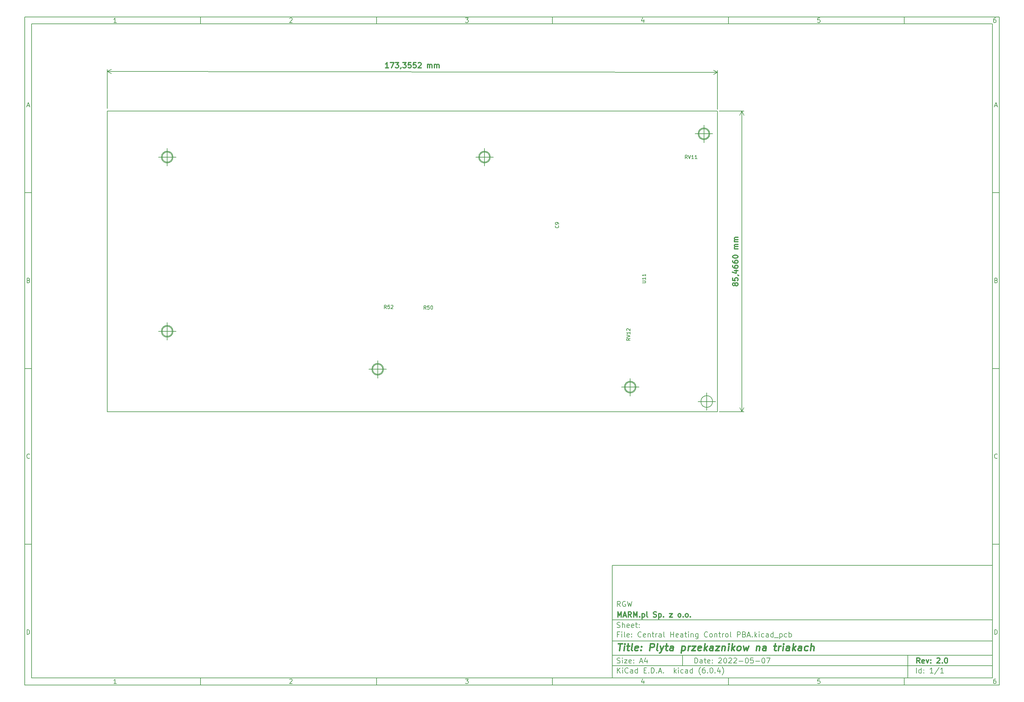
<source format=gbr>
%TF.GenerationSoftware,KiCad,Pcbnew,(6.0.4)*%
%TF.CreationDate,2022-05-07T15:38:30+02:00*%
%TF.ProjectId,Central Heating Control PBA,43656e74-7261-46c2-9048-656174696e67,2.0*%
%TF.SameCoordinates,PXc283690PY71d9820*%
%TF.FileFunction,Other,Comment*%
%FSLAX46Y46*%
G04 Gerber Fmt 4.6, Leading zero omitted, Abs format (unit mm)*
G04 Created by KiCad (PCBNEW (6.0.4)) date 2022-05-07 15:38:30*
%MOMM*%
%LPD*%
G01*
G04 APERTURE LIST*
%ADD10C,0.100000*%
%ADD11C,0.150000*%
%ADD12C,0.300000*%
%ADD13C,0.400000*%
%TA.AperFunction,Profile*%
%ADD14C,0.150000*%
%TD*%
%ADD15C,0.200000*%
G04 APERTURE END LIST*
D10*
D11*
X-26959800Y-46627200D02*
X-26959800Y-78627200D01*
X81040200Y-78627200D01*
X81040200Y-46627200D01*
X-26959800Y-46627200D01*
D10*
D11*
X-193962000Y109380000D02*
X-193962000Y-80627200D01*
X83040200Y-80627200D01*
X83040200Y109380000D01*
X-193962000Y109380000D01*
D10*
D11*
X-191962000Y107380000D02*
X-191962000Y-78627200D01*
X81040200Y-78627200D01*
X81040200Y107380000D01*
X-191962000Y107380000D01*
D10*
D11*
X-143962000Y107380000D02*
X-143962000Y109380000D01*
D10*
D11*
X-93962000Y107380000D02*
X-93962000Y109380000D01*
D10*
D11*
X-43962000Y107380000D02*
X-43962000Y109380000D01*
D10*
D11*
X6038000Y107380000D02*
X6038000Y109380000D01*
D10*
D11*
X56038000Y107380000D02*
X56038000Y109380000D01*
D10*
D11*
X-167896524Y107791905D02*
X-168639381Y107791905D01*
X-168267953Y107791905D02*
X-168267953Y109091905D01*
X-168391762Y108906191D01*
X-168515572Y108782381D01*
X-168639381Y108720477D01*
D10*
D11*
X-118639381Y108968096D02*
X-118577477Y109030000D01*
X-118453667Y109091905D01*
X-118144143Y109091905D01*
X-118020334Y109030000D01*
X-117958429Y108968096D01*
X-117896524Y108844286D01*
X-117896524Y108720477D01*
X-117958429Y108534762D01*
X-118701286Y107791905D01*
X-117896524Y107791905D01*
D10*
D11*
X-68701286Y109091905D02*
X-67896524Y109091905D01*
X-68329858Y108596667D01*
X-68144143Y108596667D01*
X-68020334Y108534762D01*
X-67958429Y108472858D01*
X-67896524Y108349048D01*
X-67896524Y108039524D01*
X-67958429Y107915715D01*
X-68020334Y107853810D01*
X-68144143Y107791905D01*
X-68515572Y107791905D01*
X-68639381Y107853810D01*
X-68701286Y107915715D01*
D10*
D11*
X-18020334Y108658572D02*
X-18020334Y107791905D01*
X-18329858Y109153810D02*
X-18639381Y108225239D01*
X-17834620Y108225239D01*
D10*
D11*
X32041571Y109091905D02*
X31422523Y109091905D01*
X31360619Y108472858D01*
X31422523Y108534762D01*
X31546333Y108596667D01*
X31855857Y108596667D01*
X31979666Y108534762D01*
X32041571Y108472858D01*
X32103476Y108349048D01*
X32103476Y108039524D01*
X32041571Y107915715D01*
X31979666Y107853810D01*
X31855857Y107791905D01*
X31546333Y107791905D01*
X31422523Y107853810D01*
X31360619Y107915715D01*
D10*
D11*
X81979666Y109091905D02*
X81732047Y109091905D01*
X81608238Y109030000D01*
X81546333Y108968096D01*
X81422523Y108782381D01*
X81360619Y108534762D01*
X81360619Y108039524D01*
X81422523Y107915715D01*
X81484428Y107853810D01*
X81608238Y107791905D01*
X81855857Y107791905D01*
X81979666Y107853810D01*
X82041571Y107915715D01*
X82103476Y108039524D01*
X82103476Y108349048D01*
X82041571Y108472858D01*
X81979666Y108534762D01*
X81855857Y108596667D01*
X81608238Y108596667D01*
X81484428Y108534762D01*
X81422523Y108472858D01*
X81360619Y108349048D01*
D10*
D11*
X-143962000Y-78627200D02*
X-143962000Y-80627200D01*
D10*
D11*
X-93962000Y-78627200D02*
X-93962000Y-80627200D01*
D10*
D11*
X-43962000Y-78627200D02*
X-43962000Y-80627200D01*
D10*
D11*
X6038000Y-78627200D02*
X6038000Y-80627200D01*
D10*
D11*
X56038000Y-78627200D02*
X56038000Y-80627200D01*
D10*
D11*
X-167896524Y-80215295D02*
X-168639381Y-80215295D01*
X-168267953Y-80215295D02*
X-168267953Y-78915295D01*
X-168391762Y-79101009D01*
X-168515572Y-79224819D01*
X-168639381Y-79286723D01*
D10*
D11*
X-118639381Y-79039104D02*
X-118577477Y-78977200D01*
X-118453667Y-78915295D01*
X-118144143Y-78915295D01*
X-118020334Y-78977200D01*
X-117958429Y-79039104D01*
X-117896524Y-79162914D01*
X-117896524Y-79286723D01*
X-117958429Y-79472438D01*
X-118701286Y-80215295D01*
X-117896524Y-80215295D01*
D10*
D11*
X-68701286Y-78915295D02*
X-67896524Y-78915295D01*
X-68329858Y-79410533D01*
X-68144143Y-79410533D01*
X-68020334Y-79472438D01*
X-67958429Y-79534342D01*
X-67896524Y-79658152D01*
X-67896524Y-79967676D01*
X-67958429Y-80091485D01*
X-68020334Y-80153390D01*
X-68144143Y-80215295D01*
X-68515572Y-80215295D01*
X-68639381Y-80153390D01*
X-68701286Y-80091485D01*
D10*
D11*
X-18020334Y-79348628D02*
X-18020334Y-80215295D01*
X-18329858Y-78853390D02*
X-18639381Y-79781961D01*
X-17834620Y-79781961D01*
D10*
D11*
X32041571Y-78915295D02*
X31422523Y-78915295D01*
X31360619Y-79534342D01*
X31422523Y-79472438D01*
X31546333Y-79410533D01*
X31855857Y-79410533D01*
X31979666Y-79472438D01*
X32041571Y-79534342D01*
X32103476Y-79658152D01*
X32103476Y-79967676D01*
X32041571Y-80091485D01*
X31979666Y-80153390D01*
X31855857Y-80215295D01*
X31546333Y-80215295D01*
X31422523Y-80153390D01*
X31360619Y-80091485D01*
D10*
D11*
X81979666Y-78915295D02*
X81732047Y-78915295D01*
X81608238Y-78977200D01*
X81546333Y-79039104D01*
X81422523Y-79224819D01*
X81360619Y-79472438D01*
X81360619Y-79967676D01*
X81422523Y-80091485D01*
X81484428Y-80153390D01*
X81608238Y-80215295D01*
X81855857Y-80215295D01*
X81979666Y-80153390D01*
X82041571Y-80091485D01*
X82103476Y-79967676D01*
X82103476Y-79658152D01*
X82041571Y-79534342D01*
X81979666Y-79472438D01*
X81855857Y-79410533D01*
X81608238Y-79410533D01*
X81484428Y-79472438D01*
X81422523Y-79534342D01*
X81360619Y-79658152D01*
D10*
D11*
X-193962000Y59380000D02*
X-191962000Y59380000D01*
D10*
D11*
X-193962000Y9380000D02*
X-191962000Y9380000D01*
D10*
D11*
X-193962000Y-40620000D02*
X-191962000Y-40620000D01*
D10*
D11*
X-193271524Y84163334D02*
X-192652477Y84163334D01*
X-193395334Y83791905D02*
X-192962000Y85091905D01*
X-192528667Y83791905D01*
D10*
D11*
X-192869143Y34472858D02*
X-192683429Y34410953D01*
X-192621524Y34349048D01*
X-192559620Y34225239D01*
X-192559620Y34039524D01*
X-192621524Y33915715D01*
X-192683429Y33853810D01*
X-192807239Y33791905D01*
X-193302477Y33791905D01*
X-193302477Y35091905D01*
X-192869143Y35091905D01*
X-192745334Y35030000D01*
X-192683429Y34968096D01*
X-192621524Y34844286D01*
X-192621524Y34720477D01*
X-192683429Y34596667D01*
X-192745334Y34534762D01*
X-192869143Y34472858D01*
X-193302477Y34472858D01*
D10*
D11*
X-192559620Y-16084285D02*
X-192621524Y-16146190D01*
X-192807239Y-16208095D01*
X-192931048Y-16208095D01*
X-193116762Y-16146190D01*
X-193240572Y-16022380D01*
X-193302477Y-15898571D01*
X-193364381Y-15650952D01*
X-193364381Y-15465238D01*
X-193302477Y-15217619D01*
X-193240572Y-15093809D01*
X-193116762Y-14970000D01*
X-192931048Y-14908095D01*
X-192807239Y-14908095D01*
X-192621524Y-14970000D01*
X-192559620Y-15031904D01*
D10*
D11*
X-193302477Y-66208095D02*
X-193302477Y-64908095D01*
X-192992953Y-64908095D01*
X-192807239Y-64970000D01*
X-192683429Y-65093809D01*
X-192621524Y-65217619D01*
X-192559620Y-65465238D01*
X-192559620Y-65650952D01*
X-192621524Y-65898571D01*
X-192683429Y-66022380D01*
X-192807239Y-66146190D01*
X-192992953Y-66208095D01*
X-193302477Y-66208095D01*
D10*
D11*
X83040200Y59380000D02*
X81040200Y59380000D01*
D10*
D11*
X83040200Y9380000D02*
X81040200Y9380000D01*
D10*
D11*
X83040200Y-40620000D02*
X81040200Y-40620000D01*
D10*
D11*
X81730676Y84163334D02*
X82349723Y84163334D01*
X81606866Y83791905D02*
X82040200Y85091905D01*
X82473533Y83791905D01*
D10*
D11*
X82133057Y34472858D02*
X82318771Y34410953D01*
X82380676Y34349048D01*
X82442580Y34225239D01*
X82442580Y34039524D01*
X82380676Y33915715D01*
X82318771Y33853810D01*
X82194961Y33791905D01*
X81699723Y33791905D01*
X81699723Y35091905D01*
X82133057Y35091905D01*
X82256866Y35030000D01*
X82318771Y34968096D01*
X82380676Y34844286D01*
X82380676Y34720477D01*
X82318771Y34596667D01*
X82256866Y34534762D01*
X82133057Y34472858D01*
X81699723Y34472858D01*
D10*
D11*
X82442580Y-16084285D02*
X82380676Y-16146190D01*
X82194961Y-16208095D01*
X82071152Y-16208095D01*
X81885438Y-16146190D01*
X81761628Y-16022380D01*
X81699723Y-15898571D01*
X81637819Y-15650952D01*
X81637819Y-15465238D01*
X81699723Y-15217619D01*
X81761628Y-15093809D01*
X81885438Y-14970000D01*
X82071152Y-14908095D01*
X82194961Y-14908095D01*
X82380676Y-14970000D01*
X82442580Y-15031904D01*
D10*
D11*
X81699723Y-66208095D02*
X81699723Y-64908095D01*
X82009247Y-64908095D01*
X82194961Y-64970000D01*
X82318771Y-65093809D01*
X82380676Y-65217619D01*
X82442580Y-65465238D01*
X82442580Y-65650952D01*
X82380676Y-65898571D01*
X82318771Y-66022380D01*
X82194961Y-66146190D01*
X82009247Y-66208095D01*
X81699723Y-66208095D01*
D10*
D11*
X-3527658Y-74405771D02*
X-3527658Y-72905771D01*
X-3170515Y-72905771D01*
X-2956229Y-72977200D01*
X-2813372Y-73120057D01*
X-2741943Y-73262914D01*
X-2670515Y-73548628D01*
X-2670515Y-73762914D01*
X-2741943Y-74048628D01*
X-2813372Y-74191485D01*
X-2956229Y-74334342D01*
X-3170515Y-74405771D01*
X-3527658Y-74405771D01*
X-1384800Y-74405771D02*
X-1384800Y-73620057D01*
X-1456229Y-73477200D01*
X-1599086Y-73405771D01*
X-1884800Y-73405771D01*
X-2027658Y-73477200D01*
X-1384800Y-74334342D02*
X-1527658Y-74405771D01*
X-1884800Y-74405771D01*
X-2027658Y-74334342D01*
X-2099086Y-74191485D01*
X-2099086Y-74048628D01*
X-2027658Y-73905771D01*
X-1884800Y-73834342D01*
X-1527658Y-73834342D01*
X-1384800Y-73762914D01*
X-884800Y-73405771D02*
X-313372Y-73405771D01*
X-670515Y-72905771D02*
X-670515Y-74191485D01*
X-599086Y-74334342D01*
X-456229Y-74405771D01*
X-313372Y-74405771D01*
X758057Y-74334342D02*
X615200Y-74405771D01*
X329485Y-74405771D01*
X186628Y-74334342D01*
X115200Y-74191485D01*
X115200Y-73620057D01*
X186628Y-73477200D01*
X329485Y-73405771D01*
X615200Y-73405771D01*
X758057Y-73477200D01*
X829485Y-73620057D01*
X829485Y-73762914D01*
X115200Y-73905771D01*
X1472342Y-74262914D02*
X1543771Y-74334342D01*
X1472342Y-74405771D01*
X1400914Y-74334342D01*
X1472342Y-74262914D01*
X1472342Y-74405771D01*
X1472342Y-73477200D02*
X1543771Y-73548628D01*
X1472342Y-73620057D01*
X1400914Y-73548628D01*
X1472342Y-73477200D01*
X1472342Y-73620057D01*
X3258057Y-73048628D02*
X3329485Y-72977200D01*
X3472342Y-72905771D01*
X3829485Y-72905771D01*
X3972342Y-72977200D01*
X4043771Y-73048628D01*
X4115200Y-73191485D01*
X4115200Y-73334342D01*
X4043771Y-73548628D01*
X3186628Y-74405771D01*
X4115200Y-74405771D01*
X5043771Y-72905771D02*
X5186628Y-72905771D01*
X5329485Y-72977200D01*
X5400914Y-73048628D01*
X5472342Y-73191485D01*
X5543771Y-73477200D01*
X5543771Y-73834342D01*
X5472342Y-74120057D01*
X5400914Y-74262914D01*
X5329485Y-74334342D01*
X5186628Y-74405771D01*
X5043771Y-74405771D01*
X4900914Y-74334342D01*
X4829485Y-74262914D01*
X4758057Y-74120057D01*
X4686628Y-73834342D01*
X4686628Y-73477200D01*
X4758057Y-73191485D01*
X4829485Y-73048628D01*
X4900914Y-72977200D01*
X5043771Y-72905771D01*
X6115200Y-73048628D02*
X6186628Y-72977200D01*
X6329485Y-72905771D01*
X6686628Y-72905771D01*
X6829485Y-72977200D01*
X6900914Y-73048628D01*
X6972342Y-73191485D01*
X6972342Y-73334342D01*
X6900914Y-73548628D01*
X6043771Y-74405771D01*
X6972342Y-74405771D01*
X7543771Y-73048628D02*
X7615200Y-72977200D01*
X7758057Y-72905771D01*
X8115200Y-72905771D01*
X8258057Y-72977200D01*
X8329485Y-73048628D01*
X8400914Y-73191485D01*
X8400914Y-73334342D01*
X8329485Y-73548628D01*
X7472342Y-74405771D01*
X8400914Y-74405771D01*
X9043771Y-73834342D02*
X10186628Y-73834342D01*
X11186628Y-72905771D02*
X11329485Y-72905771D01*
X11472342Y-72977200D01*
X11543771Y-73048628D01*
X11615200Y-73191485D01*
X11686628Y-73477200D01*
X11686628Y-73834342D01*
X11615200Y-74120057D01*
X11543771Y-74262914D01*
X11472342Y-74334342D01*
X11329485Y-74405771D01*
X11186628Y-74405771D01*
X11043771Y-74334342D01*
X10972342Y-74262914D01*
X10900914Y-74120057D01*
X10829485Y-73834342D01*
X10829485Y-73477200D01*
X10900914Y-73191485D01*
X10972342Y-73048628D01*
X11043771Y-72977200D01*
X11186628Y-72905771D01*
X13043771Y-72905771D02*
X12329485Y-72905771D01*
X12258057Y-73620057D01*
X12329485Y-73548628D01*
X12472342Y-73477200D01*
X12829485Y-73477200D01*
X12972342Y-73548628D01*
X13043771Y-73620057D01*
X13115200Y-73762914D01*
X13115200Y-74120057D01*
X13043771Y-74262914D01*
X12972342Y-74334342D01*
X12829485Y-74405771D01*
X12472342Y-74405771D01*
X12329485Y-74334342D01*
X12258057Y-74262914D01*
X13758057Y-73834342D02*
X14900914Y-73834342D01*
X15900914Y-72905771D02*
X16043771Y-72905771D01*
X16186628Y-72977200D01*
X16258057Y-73048628D01*
X16329485Y-73191485D01*
X16400914Y-73477200D01*
X16400914Y-73834342D01*
X16329485Y-74120057D01*
X16258057Y-74262914D01*
X16186628Y-74334342D01*
X16043771Y-74405771D01*
X15900914Y-74405771D01*
X15758057Y-74334342D01*
X15686628Y-74262914D01*
X15615200Y-74120057D01*
X15543771Y-73834342D01*
X15543771Y-73477200D01*
X15615200Y-73191485D01*
X15686628Y-73048628D01*
X15758057Y-72977200D01*
X15900914Y-72905771D01*
X16900914Y-72905771D02*
X17900914Y-72905771D01*
X17258057Y-74405771D01*
D10*
D11*
X-26959800Y-75127200D02*
X81040200Y-75127200D01*
D10*
D11*
X-25527658Y-77205771D02*
X-25527658Y-75705771D01*
X-24670515Y-77205771D02*
X-25313372Y-76348628D01*
X-24670515Y-75705771D02*
X-25527658Y-76562914D01*
X-24027658Y-77205771D02*
X-24027658Y-76205771D01*
X-24027658Y-75705771D02*
X-24099086Y-75777200D01*
X-24027658Y-75848628D01*
X-23956229Y-75777200D01*
X-24027658Y-75705771D01*
X-24027658Y-75848628D01*
X-22456229Y-77062914D02*
X-22527658Y-77134342D01*
X-22741943Y-77205771D01*
X-22884800Y-77205771D01*
X-23099086Y-77134342D01*
X-23241943Y-76991485D01*
X-23313372Y-76848628D01*
X-23384800Y-76562914D01*
X-23384800Y-76348628D01*
X-23313372Y-76062914D01*
X-23241943Y-75920057D01*
X-23099086Y-75777200D01*
X-22884800Y-75705771D01*
X-22741943Y-75705771D01*
X-22527658Y-75777200D01*
X-22456229Y-75848628D01*
X-21170515Y-77205771D02*
X-21170515Y-76420057D01*
X-21241943Y-76277200D01*
X-21384800Y-76205771D01*
X-21670515Y-76205771D01*
X-21813372Y-76277200D01*
X-21170515Y-77134342D02*
X-21313372Y-77205771D01*
X-21670515Y-77205771D01*
X-21813372Y-77134342D01*
X-21884800Y-76991485D01*
X-21884800Y-76848628D01*
X-21813372Y-76705771D01*
X-21670515Y-76634342D01*
X-21313372Y-76634342D01*
X-21170515Y-76562914D01*
X-19813372Y-77205771D02*
X-19813372Y-75705771D01*
X-19813372Y-77134342D02*
X-19956229Y-77205771D01*
X-20241943Y-77205771D01*
X-20384800Y-77134342D01*
X-20456229Y-77062914D01*
X-20527658Y-76920057D01*
X-20527658Y-76491485D01*
X-20456229Y-76348628D01*
X-20384800Y-76277200D01*
X-20241943Y-76205771D01*
X-19956229Y-76205771D01*
X-19813372Y-76277200D01*
X-17956229Y-76420057D02*
X-17456229Y-76420057D01*
X-17241943Y-77205771D02*
X-17956229Y-77205771D01*
X-17956229Y-75705771D01*
X-17241943Y-75705771D01*
X-16599086Y-77062914D02*
X-16527658Y-77134342D01*
X-16599086Y-77205771D01*
X-16670515Y-77134342D01*
X-16599086Y-77062914D01*
X-16599086Y-77205771D01*
X-15884800Y-77205771D02*
X-15884800Y-75705771D01*
X-15527658Y-75705771D01*
X-15313372Y-75777200D01*
X-15170515Y-75920057D01*
X-15099086Y-76062914D01*
X-15027658Y-76348628D01*
X-15027658Y-76562914D01*
X-15099086Y-76848628D01*
X-15170515Y-76991485D01*
X-15313372Y-77134342D01*
X-15527658Y-77205771D01*
X-15884800Y-77205771D01*
X-14384800Y-77062914D02*
X-14313372Y-77134342D01*
X-14384800Y-77205771D01*
X-14456229Y-77134342D01*
X-14384800Y-77062914D01*
X-14384800Y-77205771D01*
X-13741943Y-76777200D02*
X-13027658Y-76777200D01*
X-13884800Y-77205771D02*
X-13384800Y-75705771D01*
X-12884800Y-77205771D01*
X-12384800Y-77062914D02*
X-12313372Y-77134342D01*
X-12384800Y-77205771D01*
X-12456229Y-77134342D01*
X-12384800Y-77062914D01*
X-12384800Y-77205771D01*
X-9384800Y-77205771D02*
X-9384800Y-75705771D01*
X-9241943Y-76634342D02*
X-8813372Y-77205771D01*
X-8813372Y-76205771D02*
X-9384800Y-76777200D01*
X-8170515Y-77205771D02*
X-8170515Y-76205771D01*
X-8170515Y-75705771D02*
X-8241943Y-75777200D01*
X-8170515Y-75848628D01*
X-8099086Y-75777200D01*
X-8170515Y-75705771D01*
X-8170515Y-75848628D01*
X-6813372Y-77134342D02*
X-6956229Y-77205771D01*
X-7241943Y-77205771D01*
X-7384800Y-77134342D01*
X-7456229Y-77062914D01*
X-7527658Y-76920057D01*
X-7527658Y-76491485D01*
X-7456229Y-76348628D01*
X-7384800Y-76277200D01*
X-7241943Y-76205771D01*
X-6956229Y-76205771D01*
X-6813372Y-76277200D01*
X-5527658Y-77205771D02*
X-5527658Y-76420057D01*
X-5599086Y-76277200D01*
X-5741943Y-76205771D01*
X-6027658Y-76205771D01*
X-6170515Y-76277200D01*
X-5527658Y-77134342D02*
X-5670515Y-77205771D01*
X-6027658Y-77205771D01*
X-6170515Y-77134342D01*
X-6241943Y-76991485D01*
X-6241943Y-76848628D01*
X-6170515Y-76705771D01*
X-6027658Y-76634342D01*
X-5670515Y-76634342D01*
X-5527658Y-76562914D01*
X-4170515Y-77205771D02*
X-4170515Y-75705771D01*
X-4170515Y-77134342D02*
X-4313372Y-77205771D01*
X-4599086Y-77205771D01*
X-4741943Y-77134342D01*
X-4813372Y-77062914D01*
X-4884800Y-76920057D01*
X-4884800Y-76491485D01*
X-4813372Y-76348628D01*
X-4741943Y-76277200D01*
X-4599086Y-76205771D01*
X-4313372Y-76205771D01*
X-4170515Y-76277200D01*
X-1884800Y-77777200D02*
X-1956229Y-77705771D01*
X-2099086Y-77491485D01*
X-2170515Y-77348628D01*
X-2241943Y-77134342D01*
X-2313372Y-76777200D01*
X-2313372Y-76491485D01*
X-2241943Y-76134342D01*
X-2170515Y-75920057D01*
X-2099086Y-75777200D01*
X-1956229Y-75562914D01*
X-1884800Y-75491485D01*
X-670515Y-75705771D02*
X-956229Y-75705771D01*
X-1099086Y-75777200D01*
X-1170515Y-75848628D01*
X-1313372Y-76062914D01*
X-1384800Y-76348628D01*
X-1384800Y-76920057D01*
X-1313372Y-77062914D01*
X-1241943Y-77134342D01*
X-1099086Y-77205771D01*
X-813372Y-77205771D01*
X-670515Y-77134342D01*
X-599086Y-77062914D01*
X-527658Y-76920057D01*
X-527658Y-76562914D01*
X-599086Y-76420057D01*
X-670515Y-76348628D01*
X-813372Y-76277200D01*
X-1099086Y-76277200D01*
X-1241943Y-76348628D01*
X-1313372Y-76420057D01*
X-1384800Y-76562914D01*
X115200Y-77062914D02*
X186628Y-77134342D01*
X115200Y-77205771D01*
X43771Y-77134342D01*
X115200Y-77062914D01*
X115200Y-77205771D01*
X1115200Y-75705771D02*
X1258057Y-75705771D01*
X1400914Y-75777200D01*
X1472342Y-75848628D01*
X1543771Y-75991485D01*
X1615200Y-76277200D01*
X1615200Y-76634342D01*
X1543771Y-76920057D01*
X1472342Y-77062914D01*
X1400914Y-77134342D01*
X1258057Y-77205771D01*
X1115200Y-77205771D01*
X972342Y-77134342D01*
X900914Y-77062914D01*
X829485Y-76920057D01*
X758057Y-76634342D01*
X758057Y-76277200D01*
X829485Y-75991485D01*
X900914Y-75848628D01*
X972342Y-75777200D01*
X1115200Y-75705771D01*
X2258057Y-77062914D02*
X2329485Y-77134342D01*
X2258057Y-77205771D01*
X2186628Y-77134342D01*
X2258057Y-77062914D01*
X2258057Y-77205771D01*
X3615200Y-76205771D02*
X3615200Y-77205771D01*
X3258057Y-75634342D02*
X2900914Y-76705771D01*
X3829485Y-76705771D01*
X4258057Y-77777200D02*
X4329485Y-77705771D01*
X4472342Y-77491485D01*
X4543771Y-77348628D01*
X4615200Y-77134342D01*
X4686628Y-76777200D01*
X4686628Y-76491485D01*
X4615200Y-76134342D01*
X4543771Y-75920057D01*
X4472342Y-75777200D01*
X4329485Y-75562914D01*
X4258057Y-75491485D01*
D10*
D11*
X-26959800Y-72127200D02*
X81040200Y-72127200D01*
D10*
D12*
X60449485Y-74405771D02*
X59949485Y-73691485D01*
X59592342Y-74405771D02*
X59592342Y-72905771D01*
X60163771Y-72905771D01*
X60306628Y-72977200D01*
X60378057Y-73048628D01*
X60449485Y-73191485D01*
X60449485Y-73405771D01*
X60378057Y-73548628D01*
X60306628Y-73620057D01*
X60163771Y-73691485D01*
X59592342Y-73691485D01*
X61663771Y-74334342D02*
X61520914Y-74405771D01*
X61235200Y-74405771D01*
X61092342Y-74334342D01*
X61020914Y-74191485D01*
X61020914Y-73620057D01*
X61092342Y-73477200D01*
X61235200Y-73405771D01*
X61520914Y-73405771D01*
X61663771Y-73477200D01*
X61735200Y-73620057D01*
X61735200Y-73762914D01*
X61020914Y-73905771D01*
X62235200Y-73405771D02*
X62592342Y-74405771D01*
X62949485Y-73405771D01*
X63520914Y-74262914D02*
X63592342Y-74334342D01*
X63520914Y-74405771D01*
X63449485Y-74334342D01*
X63520914Y-74262914D01*
X63520914Y-74405771D01*
X63520914Y-73477200D02*
X63592342Y-73548628D01*
X63520914Y-73620057D01*
X63449485Y-73548628D01*
X63520914Y-73477200D01*
X63520914Y-73620057D01*
X65306628Y-73048628D02*
X65378057Y-72977200D01*
X65520914Y-72905771D01*
X65878057Y-72905771D01*
X66020914Y-72977200D01*
X66092342Y-73048628D01*
X66163771Y-73191485D01*
X66163771Y-73334342D01*
X66092342Y-73548628D01*
X65235200Y-74405771D01*
X66163771Y-74405771D01*
X66806628Y-74262914D02*
X66878057Y-74334342D01*
X66806628Y-74405771D01*
X66735200Y-74334342D01*
X66806628Y-74262914D01*
X66806628Y-74405771D01*
X67806628Y-72905771D02*
X67949485Y-72905771D01*
X68092342Y-72977200D01*
X68163771Y-73048628D01*
X68235200Y-73191485D01*
X68306628Y-73477200D01*
X68306628Y-73834342D01*
X68235200Y-74120057D01*
X68163771Y-74262914D01*
X68092342Y-74334342D01*
X67949485Y-74405771D01*
X67806628Y-74405771D01*
X67663771Y-74334342D01*
X67592342Y-74262914D01*
X67520914Y-74120057D01*
X67449485Y-73834342D01*
X67449485Y-73477200D01*
X67520914Y-73191485D01*
X67592342Y-73048628D01*
X67663771Y-72977200D01*
X67806628Y-72905771D01*
D10*
D11*
X-25599086Y-74334342D02*
X-25384800Y-74405771D01*
X-25027658Y-74405771D01*
X-24884800Y-74334342D01*
X-24813372Y-74262914D01*
X-24741943Y-74120057D01*
X-24741943Y-73977200D01*
X-24813372Y-73834342D01*
X-24884800Y-73762914D01*
X-25027658Y-73691485D01*
X-25313372Y-73620057D01*
X-25456229Y-73548628D01*
X-25527658Y-73477200D01*
X-25599086Y-73334342D01*
X-25599086Y-73191485D01*
X-25527658Y-73048628D01*
X-25456229Y-72977200D01*
X-25313372Y-72905771D01*
X-24956229Y-72905771D01*
X-24741943Y-72977200D01*
X-24099086Y-74405771D02*
X-24099086Y-73405771D01*
X-24099086Y-72905771D02*
X-24170515Y-72977200D01*
X-24099086Y-73048628D01*
X-24027658Y-72977200D01*
X-24099086Y-72905771D01*
X-24099086Y-73048628D01*
X-23527658Y-73405771D02*
X-22741943Y-73405771D01*
X-23527658Y-74405771D01*
X-22741943Y-74405771D01*
X-21599086Y-74334342D02*
X-21741943Y-74405771D01*
X-22027658Y-74405771D01*
X-22170515Y-74334342D01*
X-22241943Y-74191485D01*
X-22241943Y-73620057D01*
X-22170515Y-73477200D01*
X-22027658Y-73405771D01*
X-21741943Y-73405771D01*
X-21599086Y-73477200D01*
X-21527658Y-73620057D01*
X-21527658Y-73762914D01*
X-22241943Y-73905771D01*
X-20884800Y-74262914D02*
X-20813372Y-74334342D01*
X-20884800Y-74405771D01*
X-20956229Y-74334342D01*
X-20884800Y-74262914D01*
X-20884800Y-74405771D01*
X-20884800Y-73477200D02*
X-20813372Y-73548628D01*
X-20884800Y-73620057D01*
X-20956229Y-73548628D01*
X-20884800Y-73477200D01*
X-20884800Y-73620057D01*
X-19099086Y-73977200D02*
X-18384800Y-73977200D01*
X-19241943Y-74405771D02*
X-18741943Y-72905771D01*
X-18241943Y-74405771D01*
X-17099086Y-73405771D02*
X-17099086Y-74405771D01*
X-17456229Y-72834342D02*
X-17813372Y-73905771D01*
X-16884800Y-73905771D01*
D10*
D11*
X59472342Y-77205771D02*
X59472342Y-75705771D01*
X60829485Y-77205771D02*
X60829485Y-75705771D01*
X60829485Y-77134342D02*
X60686628Y-77205771D01*
X60400914Y-77205771D01*
X60258057Y-77134342D01*
X60186628Y-77062914D01*
X60115200Y-76920057D01*
X60115200Y-76491485D01*
X60186628Y-76348628D01*
X60258057Y-76277200D01*
X60400914Y-76205771D01*
X60686628Y-76205771D01*
X60829485Y-76277200D01*
X61543771Y-77062914D02*
X61615200Y-77134342D01*
X61543771Y-77205771D01*
X61472342Y-77134342D01*
X61543771Y-77062914D01*
X61543771Y-77205771D01*
X61543771Y-76277200D02*
X61615200Y-76348628D01*
X61543771Y-76420057D01*
X61472342Y-76348628D01*
X61543771Y-76277200D01*
X61543771Y-76420057D01*
X64186628Y-77205771D02*
X63329485Y-77205771D01*
X63758057Y-77205771D02*
X63758057Y-75705771D01*
X63615200Y-75920057D01*
X63472342Y-76062914D01*
X63329485Y-76134342D01*
X65900914Y-75634342D02*
X64615200Y-77562914D01*
X67186628Y-77205771D02*
X66329485Y-77205771D01*
X66758057Y-77205771D02*
X66758057Y-75705771D01*
X66615200Y-75920057D01*
X66472342Y-76062914D01*
X66329485Y-76134342D01*
D10*
D11*
X-26959800Y-68127200D02*
X81040200Y-68127200D01*
D10*
D13*
X-25247420Y-68831961D02*
X-24104562Y-68831961D01*
X-24925991Y-70831961D02*
X-24675991Y-68831961D01*
X-23687896Y-70831961D02*
X-23521229Y-69498628D01*
X-23437896Y-68831961D02*
X-23545039Y-68927200D01*
X-23461705Y-69022438D01*
X-23354562Y-68927200D01*
X-23437896Y-68831961D01*
X-23461705Y-69022438D01*
X-22854562Y-69498628D02*
X-22092658Y-69498628D01*
X-22485515Y-68831961D02*
X-22699800Y-70546247D01*
X-22628372Y-70736723D01*
X-22449800Y-70831961D01*
X-22259324Y-70831961D01*
X-21306943Y-70831961D02*
X-21485515Y-70736723D01*
X-21556943Y-70546247D01*
X-21342658Y-68831961D01*
X-19771229Y-70736723D02*
X-19973610Y-70831961D01*
X-20354562Y-70831961D01*
X-20533134Y-70736723D01*
X-20604562Y-70546247D01*
X-20509324Y-69784342D01*
X-20390277Y-69593866D01*
X-20187896Y-69498628D01*
X-19806943Y-69498628D01*
X-19628372Y-69593866D01*
X-19556943Y-69784342D01*
X-19580753Y-69974819D01*
X-20556943Y-70165295D01*
X-18806943Y-70641485D02*
X-18723610Y-70736723D01*
X-18830753Y-70831961D01*
X-18914086Y-70736723D01*
X-18806943Y-70641485D01*
X-18830753Y-70831961D01*
X-18675991Y-69593866D02*
X-18592658Y-69689104D01*
X-18699800Y-69784342D01*
X-18783134Y-69689104D01*
X-18675991Y-69593866D01*
X-18699800Y-69784342D01*
X-16354562Y-70831961D02*
X-16104562Y-68831961D01*
X-15342658Y-68831961D01*
X-15164086Y-68927200D01*
X-15080753Y-69022438D01*
X-15009324Y-69212914D01*
X-15045039Y-69498628D01*
X-15164086Y-69689104D01*
X-15271229Y-69784342D01*
X-15473610Y-69879580D01*
X-16235515Y-69879580D01*
X-14068848Y-70831961D02*
X-14247420Y-70736723D01*
X-14318848Y-70546247D01*
X-14104562Y-68831961D01*
X-13330753Y-69498628D02*
X-13021229Y-70831961D01*
X-12378372Y-69498628D02*
X-13021229Y-70831961D01*
X-13271229Y-71308152D01*
X-13378372Y-71403390D01*
X-13580753Y-71498628D01*
X-11902181Y-69498628D02*
X-11140277Y-69498628D01*
X-11533134Y-68831961D02*
X-11747420Y-70546247D01*
X-11675991Y-70736723D01*
X-11497420Y-70831961D01*
X-11306943Y-70831961D01*
X-9783134Y-70831961D02*
X-9652181Y-69784342D01*
X-9723610Y-69593866D01*
X-9902181Y-69498628D01*
X-10283134Y-69498628D01*
X-10485515Y-69593866D01*
X-9771229Y-70736723D02*
X-9973610Y-70831961D01*
X-10449800Y-70831961D01*
X-10628372Y-70736723D01*
X-10699800Y-70546247D01*
X-10675991Y-70355771D01*
X-10556943Y-70165295D01*
X-10354562Y-70070057D01*
X-9878372Y-70070057D01*
X-9675991Y-69974819D01*
X-7140277Y-69498628D02*
X-7390277Y-71498628D01*
X-7152181Y-69593866D02*
X-6949800Y-69498628D01*
X-6568848Y-69498628D01*
X-6390277Y-69593866D01*
X-6306943Y-69689104D01*
X-6235515Y-69879580D01*
X-6306943Y-70451009D01*
X-6425991Y-70641485D01*
X-6533134Y-70736723D01*
X-6735515Y-70831961D01*
X-7116467Y-70831961D01*
X-7295039Y-70736723D01*
X-5497420Y-70831961D02*
X-5330753Y-69498628D01*
X-5378372Y-69879580D02*
X-5259324Y-69689104D01*
X-5152181Y-69593866D01*
X-4949800Y-69498628D01*
X-4759324Y-69498628D01*
X-4283134Y-69498628D02*
X-3235515Y-69498628D01*
X-4449800Y-70831961D01*
X-3402181Y-70831961D01*
X-1866467Y-70736723D02*
X-2068848Y-70831961D01*
X-2449800Y-70831961D01*
X-2628372Y-70736723D01*
X-2699800Y-70546247D01*
X-2604562Y-69784342D01*
X-2485515Y-69593866D01*
X-2283134Y-69498628D01*
X-1902181Y-69498628D01*
X-1723610Y-69593866D01*
X-1652181Y-69784342D01*
X-1675991Y-69974819D01*
X-2652181Y-70165295D01*
X-925991Y-70831961D02*
X-675991Y-68831961D01*
X-640277Y-70070057D02*
X-164086Y-70831961D01*
X2580Y-69498628D02*
X-854562Y-70260533D01*
X1550200Y-70831961D02*
X1681152Y-69784342D01*
X1609723Y-69593866D01*
X1431152Y-69498628D01*
X1050200Y-69498628D01*
X847819Y-69593866D01*
X1562104Y-70736723D02*
X1359723Y-70831961D01*
X883533Y-70831961D01*
X704961Y-70736723D01*
X633533Y-70546247D01*
X657342Y-70355771D01*
X776390Y-70165295D01*
X978771Y-70070057D01*
X1454961Y-70070057D01*
X1657342Y-69974819D01*
X2478771Y-69498628D02*
X3526390Y-69498628D01*
X2312104Y-70831961D01*
X3359723Y-70831961D01*
X4288295Y-69498628D02*
X4121628Y-70831961D01*
X4264485Y-69689104D02*
X4371628Y-69593866D01*
X4574009Y-69498628D01*
X4859723Y-69498628D01*
X5038295Y-69593866D01*
X5109723Y-69784342D01*
X4978771Y-70831961D01*
X5931152Y-70831961D02*
X6097819Y-69498628D01*
X6181152Y-68831961D02*
X6074009Y-68927200D01*
X6157342Y-69022438D01*
X6264485Y-68927200D01*
X6181152Y-68831961D01*
X6157342Y-69022438D01*
X6883533Y-70831961D02*
X7133533Y-68831961D01*
X7169247Y-70070057D02*
X7645438Y-70831961D01*
X7812104Y-69498628D02*
X6954961Y-70260533D01*
X8788295Y-70831961D02*
X8609723Y-70736723D01*
X8526390Y-70641485D01*
X8454961Y-70451009D01*
X8526390Y-69879580D01*
X8645438Y-69689104D01*
X8752580Y-69593866D01*
X8954961Y-69498628D01*
X9240676Y-69498628D01*
X9419247Y-69593866D01*
X9502580Y-69689104D01*
X9574009Y-69879580D01*
X9502580Y-70451009D01*
X9383533Y-70641485D01*
X9276390Y-70736723D01*
X9074009Y-70831961D01*
X8788295Y-70831961D01*
X10288295Y-69498628D02*
X10502580Y-70831961D01*
X11002580Y-69879580D01*
X11264485Y-70831961D01*
X11812104Y-69498628D01*
X14097819Y-69498628D02*
X13931152Y-70831961D01*
X14074009Y-69689104D02*
X14181152Y-69593866D01*
X14383533Y-69498628D01*
X14669247Y-69498628D01*
X14847819Y-69593866D01*
X14919247Y-69784342D01*
X14788295Y-70831961D01*
X16597819Y-70831961D02*
X16728771Y-69784342D01*
X16657342Y-69593866D01*
X16478771Y-69498628D01*
X16097819Y-69498628D01*
X15895438Y-69593866D01*
X16609723Y-70736723D02*
X16407342Y-70831961D01*
X15931152Y-70831961D01*
X15752580Y-70736723D01*
X15681152Y-70546247D01*
X15704961Y-70355771D01*
X15824009Y-70165295D01*
X16026390Y-70070057D01*
X16502580Y-70070057D01*
X16704961Y-69974819D01*
X18954961Y-69498628D02*
X19716866Y-69498628D01*
X19324009Y-68831961D02*
X19109723Y-70546247D01*
X19181152Y-70736723D01*
X19359723Y-70831961D01*
X19550200Y-70831961D01*
X20216866Y-70831961D02*
X20383533Y-69498628D01*
X20335914Y-69879580D02*
X20454961Y-69689104D01*
X20562104Y-69593866D01*
X20764485Y-69498628D01*
X20954961Y-69498628D01*
X21454961Y-70831961D02*
X21621628Y-69498628D01*
X21704961Y-68831961D02*
X21597819Y-68927200D01*
X21681152Y-69022438D01*
X21788295Y-68927200D01*
X21704961Y-68831961D01*
X21681152Y-69022438D01*
X23264485Y-70831961D02*
X23395438Y-69784342D01*
X23324009Y-69593866D01*
X23145438Y-69498628D01*
X22764485Y-69498628D01*
X22562104Y-69593866D01*
X23276390Y-70736723D02*
X23074009Y-70831961D01*
X22597819Y-70831961D01*
X22419247Y-70736723D01*
X22347819Y-70546247D01*
X22371628Y-70355771D01*
X22490676Y-70165295D01*
X22693057Y-70070057D01*
X23169247Y-70070057D01*
X23371628Y-69974819D01*
X24216866Y-70831961D02*
X24466866Y-68831961D01*
X24502580Y-70070057D02*
X24978771Y-70831961D01*
X25145438Y-69498628D02*
X24288295Y-70260533D01*
X26693057Y-70831961D02*
X26824009Y-69784342D01*
X26752580Y-69593866D01*
X26574009Y-69498628D01*
X26193057Y-69498628D01*
X25990676Y-69593866D01*
X26704961Y-70736723D02*
X26502580Y-70831961D01*
X26026390Y-70831961D01*
X25847819Y-70736723D01*
X25776390Y-70546247D01*
X25800200Y-70355771D01*
X25919247Y-70165295D01*
X26121628Y-70070057D01*
X26597819Y-70070057D01*
X26800200Y-69974819D01*
X28514485Y-70736723D02*
X28312104Y-70831961D01*
X27931152Y-70831961D01*
X27752580Y-70736723D01*
X27669247Y-70641485D01*
X27597819Y-70451009D01*
X27669247Y-69879580D01*
X27788295Y-69689104D01*
X27895438Y-69593866D01*
X28097819Y-69498628D01*
X28478771Y-69498628D01*
X28657342Y-69593866D01*
X29359723Y-70831961D02*
X29609723Y-68831961D01*
X30216866Y-70831961D02*
X30347819Y-69784342D01*
X30276390Y-69593866D01*
X30097819Y-69498628D01*
X29812104Y-69498628D01*
X29609723Y-69593866D01*
X29502580Y-69689104D01*
D10*
D11*
X-25027658Y-66220057D02*
X-25527658Y-66220057D01*
X-25527658Y-67005771D02*
X-25527658Y-65505771D01*
X-24813372Y-65505771D01*
X-24241943Y-67005771D02*
X-24241943Y-66005771D01*
X-24241943Y-65505771D02*
X-24313372Y-65577200D01*
X-24241943Y-65648628D01*
X-24170515Y-65577200D01*
X-24241943Y-65505771D01*
X-24241943Y-65648628D01*
X-23313372Y-67005771D02*
X-23456229Y-66934342D01*
X-23527658Y-66791485D01*
X-23527658Y-65505771D01*
X-22170515Y-66934342D02*
X-22313372Y-67005771D01*
X-22599086Y-67005771D01*
X-22741943Y-66934342D01*
X-22813372Y-66791485D01*
X-22813372Y-66220057D01*
X-22741943Y-66077200D01*
X-22599086Y-66005771D01*
X-22313372Y-66005771D01*
X-22170515Y-66077200D01*
X-22099086Y-66220057D01*
X-22099086Y-66362914D01*
X-22813372Y-66505771D01*
X-21456229Y-66862914D02*
X-21384800Y-66934342D01*
X-21456229Y-67005771D01*
X-21527658Y-66934342D01*
X-21456229Y-66862914D01*
X-21456229Y-67005771D01*
X-21456229Y-66077200D02*
X-21384800Y-66148628D01*
X-21456229Y-66220057D01*
X-21527658Y-66148628D01*
X-21456229Y-66077200D01*
X-21456229Y-66220057D01*
X-18741943Y-66862914D02*
X-18813372Y-66934342D01*
X-19027658Y-67005771D01*
X-19170515Y-67005771D01*
X-19384800Y-66934342D01*
X-19527658Y-66791485D01*
X-19599086Y-66648628D01*
X-19670515Y-66362914D01*
X-19670515Y-66148628D01*
X-19599086Y-65862914D01*
X-19527658Y-65720057D01*
X-19384800Y-65577200D01*
X-19170515Y-65505771D01*
X-19027658Y-65505771D01*
X-18813372Y-65577200D01*
X-18741943Y-65648628D01*
X-17527658Y-66934342D02*
X-17670515Y-67005771D01*
X-17956229Y-67005771D01*
X-18099086Y-66934342D01*
X-18170515Y-66791485D01*
X-18170515Y-66220057D01*
X-18099086Y-66077200D01*
X-17956229Y-66005771D01*
X-17670515Y-66005771D01*
X-17527658Y-66077200D01*
X-17456229Y-66220057D01*
X-17456229Y-66362914D01*
X-18170515Y-66505771D01*
X-16813372Y-66005771D02*
X-16813372Y-67005771D01*
X-16813372Y-66148628D02*
X-16741943Y-66077200D01*
X-16599086Y-66005771D01*
X-16384800Y-66005771D01*
X-16241943Y-66077200D01*
X-16170515Y-66220057D01*
X-16170515Y-67005771D01*
X-15670515Y-66005771D02*
X-15099086Y-66005771D01*
X-15456229Y-65505771D02*
X-15456229Y-66791485D01*
X-15384800Y-66934342D01*
X-15241943Y-67005771D01*
X-15099086Y-67005771D01*
X-14599086Y-67005771D02*
X-14599086Y-66005771D01*
X-14599086Y-66291485D02*
X-14527658Y-66148628D01*
X-14456229Y-66077200D01*
X-14313372Y-66005771D01*
X-14170515Y-66005771D01*
X-13027658Y-67005771D02*
X-13027658Y-66220057D01*
X-13099086Y-66077200D01*
X-13241943Y-66005771D01*
X-13527658Y-66005771D01*
X-13670515Y-66077200D01*
X-13027658Y-66934342D02*
X-13170515Y-67005771D01*
X-13527658Y-67005771D01*
X-13670515Y-66934342D01*
X-13741943Y-66791485D01*
X-13741943Y-66648628D01*
X-13670515Y-66505771D01*
X-13527658Y-66434342D01*
X-13170515Y-66434342D01*
X-13027658Y-66362914D01*
X-12099086Y-67005771D02*
X-12241943Y-66934342D01*
X-12313372Y-66791485D01*
X-12313372Y-65505771D01*
X-10384800Y-67005771D02*
X-10384800Y-65505771D01*
X-10384800Y-66220057D02*
X-9527658Y-66220057D01*
X-9527658Y-67005771D02*
X-9527658Y-65505771D01*
X-8241943Y-66934342D02*
X-8384800Y-67005771D01*
X-8670515Y-67005771D01*
X-8813372Y-66934342D01*
X-8884800Y-66791485D01*
X-8884800Y-66220057D01*
X-8813372Y-66077200D01*
X-8670515Y-66005771D01*
X-8384800Y-66005771D01*
X-8241943Y-66077200D01*
X-8170515Y-66220057D01*
X-8170515Y-66362914D01*
X-8884800Y-66505771D01*
X-6884800Y-67005771D02*
X-6884800Y-66220057D01*
X-6956229Y-66077200D01*
X-7099086Y-66005771D01*
X-7384800Y-66005771D01*
X-7527658Y-66077200D01*
X-6884800Y-66934342D02*
X-7027658Y-67005771D01*
X-7384800Y-67005771D01*
X-7527658Y-66934342D01*
X-7599086Y-66791485D01*
X-7599086Y-66648628D01*
X-7527658Y-66505771D01*
X-7384800Y-66434342D01*
X-7027658Y-66434342D01*
X-6884800Y-66362914D01*
X-6384800Y-66005771D02*
X-5813372Y-66005771D01*
X-6170515Y-65505771D02*
X-6170515Y-66791485D01*
X-6099086Y-66934342D01*
X-5956229Y-67005771D01*
X-5813372Y-67005771D01*
X-5313372Y-67005771D02*
X-5313372Y-66005771D01*
X-5313372Y-65505771D02*
X-5384800Y-65577200D01*
X-5313372Y-65648628D01*
X-5241943Y-65577200D01*
X-5313372Y-65505771D01*
X-5313372Y-65648628D01*
X-4599086Y-66005771D02*
X-4599086Y-67005771D01*
X-4599086Y-66148628D02*
X-4527658Y-66077200D01*
X-4384800Y-66005771D01*
X-4170515Y-66005771D01*
X-4027658Y-66077200D01*
X-3956229Y-66220057D01*
X-3956229Y-67005771D01*
X-2599086Y-66005771D02*
X-2599086Y-67220057D01*
X-2670515Y-67362914D01*
X-2741943Y-67434342D01*
X-2884800Y-67505771D01*
X-3099086Y-67505771D01*
X-3241943Y-67434342D01*
X-2599086Y-66934342D02*
X-2741943Y-67005771D01*
X-3027658Y-67005771D01*
X-3170515Y-66934342D01*
X-3241943Y-66862914D01*
X-3313372Y-66720057D01*
X-3313372Y-66291485D01*
X-3241943Y-66148628D01*
X-3170515Y-66077200D01*
X-3027658Y-66005771D01*
X-2741943Y-66005771D01*
X-2599086Y-66077200D01*
X115200Y-66862914D02*
X43771Y-66934342D01*
X-170515Y-67005771D01*
X-313372Y-67005771D01*
X-527658Y-66934342D01*
X-670515Y-66791485D01*
X-741943Y-66648628D01*
X-813372Y-66362914D01*
X-813372Y-66148628D01*
X-741943Y-65862914D01*
X-670515Y-65720057D01*
X-527658Y-65577200D01*
X-313372Y-65505771D01*
X-170515Y-65505771D01*
X43771Y-65577200D01*
X115200Y-65648628D01*
X972342Y-67005771D02*
X829485Y-66934342D01*
X758057Y-66862914D01*
X686628Y-66720057D01*
X686628Y-66291485D01*
X758057Y-66148628D01*
X829485Y-66077200D01*
X972342Y-66005771D01*
X1186628Y-66005771D01*
X1329485Y-66077200D01*
X1400914Y-66148628D01*
X1472342Y-66291485D01*
X1472342Y-66720057D01*
X1400914Y-66862914D01*
X1329485Y-66934342D01*
X1186628Y-67005771D01*
X972342Y-67005771D01*
X2115200Y-66005771D02*
X2115200Y-67005771D01*
X2115200Y-66148628D02*
X2186628Y-66077200D01*
X2329485Y-66005771D01*
X2543771Y-66005771D01*
X2686628Y-66077200D01*
X2758057Y-66220057D01*
X2758057Y-67005771D01*
X3258057Y-66005771D02*
X3829485Y-66005771D01*
X3472342Y-65505771D02*
X3472342Y-66791485D01*
X3543771Y-66934342D01*
X3686628Y-67005771D01*
X3829485Y-67005771D01*
X4329485Y-67005771D02*
X4329485Y-66005771D01*
X4329485Y-66291485D02*
X4400914Y-66148628D01*
X4472342Y-66077200D01*
X4615200Y-66005771D01*
X4758057Y-66005771D01*
X5472342Y-67005771D02*
X5329485Y-66934342D01*
X5258057Y-66862914D01*
X5186628Y-66720057D01*
X5186628Y-66291485D01*
X5258057Y-66148628D01*
X5329485Y-66077200D01*
X5472342Y-66005771D01*
X5686628Y-66005771D01*
X5829485Y-66077200D01*
X5900914Y-66148628D01*
X5972342Y-66291485D01*
X5972342Y-66720057D01*
X5900914Y-66862914D01*
X5829485Y-66934342D01*
X5686628Y-67005771D01*
X5472342Y-67005771D01*
X6829485Y-67005771D02*
X6686628Y-66934342D01*
X6615200Y-66791485D01*
X6615200Y-65505771D01*
X8543771Y-67005771D02*
X8543771Y-65505771D01*
X9115200Y-65505771D01*
X9258057Y-65577200D01*
X9329485Y-65648628D01*
X9400914Y-65791485D01*
X9400914Y-66005771D01*
X9329485Y-66148628D01*
X9258057Y-66220057D01*
X9115200Y-66291485D01*
X8543771Y-66291485D01*
X10543771Y-66220057D02*
X10758057Y-66291485D01*
X10829485Y-66362914D01*
X10900914Y-66505771D01*
X10900914Y-66720057D01*
X10829485Y-66862914D01*
X10758057Y-66934342D01*
X10615200Y-67005771D01*
X10043771Y-67005771D01*
X10043771Y-65505771D01*
X10543771Y-65505771D01*
X10686628Y-65577200D01*
X10758057Y-65648628D01*
X10829485Y-65791485D01*
X10829485Y-65934342D01*
X10758057Y-66077200D01*
X10686628Y-66148628D01*
X10543771Y-66220057D01*
X10043771Y-66220057D01*
X11472342Y-66577200D02*
X12186628Y-66577200D01*
X11329485Y-67005771D02*
X11829485Y-65505771D01*
X12329485Y-67005771D01*
X12829485Y-66862914D02*
X12900914Y-66934342D01*
X12829485Y-67005771D01*
X12758057Y-66934342D01*
X12829485Y-66862914D01*
X12829485Y-67005771D01*
X13543771Y-67005771D02*
X13543771Y-65505771D01*
X13686628Y-66434342D02*
X14115200Y-67005771D01*
X14115200Y-66005771D02*
X13543771Y-66577200D01*
X14758057Y-67005771D02*
X14758057Y-66005771D01*
X14758057Y-65505771D02*
X14686628Y-65577200D01*
X14758057Y-65648628D01*
X14829485Y-65577200D01*
X14758057Y-65505771D01*
X14758057Y-65648628D01*
X16115200Y-66934342D02*
X15972342Y-67005771D01*
X15686628Y-67005771D01*
X15543771Y-66934342D01*
X15472342Y-66862914D01*
X15400914Y-66720057D01*
X15400914Y-66291485D01*
X15472342Y-66148628D01*
X15543771Y-66077200D01*
X15686628Y-66005771D01*
X15972342Y-66005771D01*
X16115200Y-66077200D01*
X17400914Y-67005771D02*
X17400914Y-66220057D01*
X17329485Y-66077200D01*
X17186628Y-66005771D01*
X16900914Y-66005771D01*
X16758057Y-66077200D01*
X17400914Y-66934342D02*
X17258057Y-67005771D01*
X16900914Y-67005771D01*
X16758057Y-66934342D01*
X16686628Y-66791485D01*
X16686628Y-66648628D01*
X16758057Y-66505771D01*
X16900914Y-66434342D01*
X17258057Y-66434342D01*
X17400914Y-66362914D01*
X18758057Y-67005771D02*
X18758057Y-65505771D01*
X18758057Y-66934342D02*
X18615200Y-67005771D01*
X18329485Y-67005771D01*
X18186628Y-66934342D01*
X18115200Y-66862914D01*
X18043771Y-66720057D01*
X18043771Y-66291485D01*
X18115200Y-66148628D01*
X18186628Y-66077200D01*
X18329485Y-66005771D01*
X18615200Y-66005771D01*
X18758057Y-66077200D01*
X19115200Y-67148628D02*
X20258057Y-67148628D01*
X20615200Y-66005771D02*
X20615200Y-67505771D01*
X20615200Y-66077200D02*
X20758057Y-66005771D01*
X21043771Y-66005771D01*
X21186628Y-66077200D01*
X21258057Y-66148628D01*
X21329485Y-66291485D01*
X21329485Y-66720057D01*
X21258057Y-66862914D01*
X21186628Y-66934342D01*
X21043771Y-67005771D01*
X20758057Y-67005771D01*
X20615200Y-66934342D01*
X22615200Y-66934342D02*
X22472342Y-67005771D01*
X22186628Y-67005771D01*
X22043771Y-66934342D01*
X21972342Y-66862914D01*
X21900914Y-66720057D01*
X21900914Y-66291485D01*
X21972342Y-66148628D01*
X22043771Y-66077200D01*
X22186628Y-66005771D01*
X22472342Y-66005771D01*
X22615200Y-66077200D01*
X23258057Y-67005771D02*
X23258057Y-65505771D01*
X23258057Y-66077200D02*
X23400914Y-66005771D01*
X23686628Y-66005771D01*
X23829485Y-66077200D01*
X23900914Y-66148628D01*
X23972342Y-66291485D01*
X23972342Y-66720057D01*
X23900914Y-66862914D01*
X23829485Y-66934342D01*
X23686628Y-67005771D01*
X23400914Y-67005771D01*
X23258057Y-66934342D01*
D10*
D11*
X-26959800Y-62127200D02*
X81040200Y-62127200D01*
D10*
D11*
X-25599086Y-64234342D02*
X-25384800Y-64305771D01*
X-25027658Y-64305771D01*
X-24884800Y-64234342D01*
X-24813372Y-64162914D01*
X-24741943Y-64020057D01*
X-24741943Y-63877200D01*
X-24813372Y-63734342D01*
X-24884800Y-63662914D01*
X-25027658Y-63591485D01*
X-25313372Y-63520057D01*
X-25456229Y-63448628D01*
X-25527658Y-63377200D01*
X-25599086Y-63234342D01*
X-25599086Y-63091485D01*
X-25527658Y-62948628D01*
X-25456229Y-62877200D01*
X-25313372Y-62805771D01*
X-24956229Y-62805771D01*
X-24741943Y-62877200D01*
X-24099086Y-64305771D02*
X-24099086Y-62805771D01*
X-23456229Y-64305771D02*
X-23456229Y-63520057D01*
X-23527658Y-63377200D01*
X-23670515Y-63305771D01*
X-23884800Y-63305771D01*
X-24027658Y-63377200D01*
X-24099086Y-63448628D01*
X-22170515Y-64234342D02*
X-22313372Y-64305771D01*
X-22599086Y-64305771D01*
X-22741943Y-64234342D01*
X-22813372Y-64091485D01*
X-22813372Y-63520057D01*
X-22741943Y-63377200D01*
X-22599086Y-63305771D01*
X-22313372Y-63305771D01*
X-22170515Y-63377200D01*
X-22099086Y-63520057D01*
X-22099086Y-63662914D01*
X-22813372Y-63805771D01*
X-20884800Y-64234342D02*
X-21027658Y-64305771D01*
X-21313372Y-64305771D01*
X-21456229Y-64234342D01*
X-21527658Y-64091485D01*
X-21527658Y-63520057D01*
X-21456229Y-63377200D01*
X-21313372Y-63305771D01*
X-21027658Y-63305771D01*
X-20884800Y-63377200D01*
X-20813372Y-63520057D01*
X-20813372Y-63662914D01*
X-21527658Y-63805771D01*
X-20384800Y-63305771D02*
X-19813372Y-63305771D01*
X-20170515Y-62805771D02*
X-20170515Y-64091485D01*
X-20099086Y-64234342D01*
X-19956229Y-64305771D01*
X-19813372Y-64305771D01*
X-19313372Y-64162914D02*
X-19241943Y-64234342D01*
X-19313372Y-64305771D01*
X-19384800Y-64234342D01*
X-19313372Y-64162914D01*
X-19313372Y-64305771D01*
X-19313372Y-63377200D02*
X-19241943Y-63448628D01*
X-19313372Y-63520057D01*
X-19384800Y-63448628D01*
X-19313372Y-63377200D01*
X-19313372Y-63520057D01*
D10*
D12*
X-25407658Y-61305771D02*
X-25407658Y-59805771D01*
X-24907658Y-60877200D01*
X-24407658Y-59805771D01*
X-24407658Y-61305771D01*
X-23764800Y-60877200D02*
X-23050515Y-60877200D01*
X-23907658Y-61305771D02*
X-23407658Y-59805771D01*
X-22907658Y-61305771D01*
X-21550515Y-61305771D02*
X-22050515Y-60591485D01*
X-22407658Y-61305771D02*
X-22407658Y-59805771D01*
X-21836229Y-59805771D01*
X-21693372Y-59877200D01*
X-21621943Y-59948628D01*
X-21550515Y-60091485D01*
X-21550515Y-60305771D01*
X-21621943Y-60448628D01*
X-21693372Y-60520057D01*
X-21836229Y-60591485D01*
X-22407658Y-60591485D01*
X-20907658Y-61305771D02*
X-20907658Y-59805771D01*
X-20407658Y-60877200D01*
X-19907658Y-59805771D01*
X-19907658Y-61305771D01*
X-19193372Y-61162914D02*
X-19121943Y-61234342D01*
X-19193372Y-61305771D01*
X-19264800Y-61234342D01*
X-19193372Y-61162914D01*
X-19193372Y-61305771D01*
X-18479086Y-60305771D02*
X-18479086Y-61805771D01*
X-18479086Y-60377200D02*
X-18336229Y-60305771D01*
X-18050515Y-60305771D01*
X-17907658Y-60377200D01*
X-17836229Y-60448628D01*
X-17764800Y-60591485D01*
X-17764800Y-61020057D01*
X-17836229Y-61162914D01*
X-17907658Y-61234342D01*
X-18050515Y-61305771D01*
X-18336229Y-61305771D01*
X-18479086Y-61234342D01*
X-16907658Y-61305771D02*
X-17050515Y-61234342D01*
X-17121943Y-61091485D01*
X-17121943Y-59805771D01*
X-15264800Y-61234342D02*
X-15050515Y-61305771D01*
X-14693372Y-61305771D01*
X-14550515Y-61234342D01*
X-14479086Y-61162914D01*
X-14407658Y-61020057D01*
X-14407658Y-60877200D01*
X-14479086Y-60734342D01*
X-14550515Y-60662914D01*
X-14693372Y-60591485D01*
X-14979086Y-60520057D01*
X-15121943Y-60448628D01*
X-15193372Y-60377200D01*
X-15264800Y-60234342D01*
X-15264800Y-60091485D01*
X-15193372Y-59948628D01*
X-15121943Y-59877200D01*
X-14979086Y-59805771D01*
X-14621943Y-59805771D01*
X-14407658Y-59877200D01*
X-13764800Y-60305771D02*
X-13764800Y-61805771D01*
X-13764800Y-60377200D02*
X-13621943Y-60305771D01*
X-13336229Y-60305771D01*
X-13193372Y-60377200D01*
X-13121943Y-60448628D01*
X-13050515Y-60591485D01*
X-13050515Y-61020057D01*
X-13121943Y-61162914D01*
X-13193372Y-61234342D01*
X-13336229Y-61305771D01*
X-13621943Y-61305771D01*
X-13764800Y-61234342D01*
X-12407658Y-61162914D02*
X-12336229Y-61234342D01*
X-12407658Y-61305771D01*
X-12479086Y-61234342D01*
X-12407658Y-61162914D01*
X-12407658Y-61305771D01*
X-10693372Y-60305771D02*
X-9907658Y-60305771D01*
X-10693372Y-61305771D01*
X-9907658Y-61305771D01*
X-7979086Y-61305771D02*
X-8121943Y-61234342D01*
X-8193372Y-61162914D01*
X-8264800Y-61020057D01*
X-8264800Y-60591485D01*
X-8193372Y-60448628D01*
X-8121943Y-60377200D01*
X-7979086Y-60305771D01*
X-7764800Y-60305771D01*
X-7621943Y-60377200D01*
X-7550515Y-60448628D01*
X-7479086Y-60591485D01*
X-7479086Y-61020057D01*
X-7550515Y-61162914D01*
X-7621943Y-61234342D01*
X-7764800Y-61305771D01*
X-7979086Y-61305771D01*
X-6836229Y-61162914D02*
X-6764800Y-61234342D01*
X-6836229Y-61305771D01*
X-6907658Y-61234342D01*
X-6836229Y-61162914D01*
X-6836229Y-61305771D01*
X-5907658Y-61305771D02*
X-6050515Y-61234342D01*
X-6121943Y-61162914D01*
X-6193372Y-61020057D01*
X-6193372Y-60591485D01*
X-6121943Y-60448628D01*
X-6050515Y-60377200D01*
X-5907658Y-60305771D01*
X-5693372Y-60305771D01*
X-5550515Y-60377200D01*
X-5479086Y-60448628D01*
X-5407658Y-60591485D01*
X-5407658Y-61020057D01*
X-5479086Y-61162914D01*
X-5550515Y-61234342D01*
X-5693372Y-61305771D01*
X-5907658Y-61305771D01*
X-4764800Y-61162914D02*
X-4693372Y-61234342D01*
X-4764800Y-61305771D01*
X-4836229Y-61234342D01*
X-4764800Y-61162914D01*
X-4764800Y-61305771D01*
D10*
D11*
X-24670515Y-58305771D02*
X-25170515Y-57591485D01*
X-25527658Y-58305771D02*
X-25527658Y-56805771D01*
X-24956229Y-56805771D01*
X-24813372Y-56877200D01*
X-24741943Y-56948628D01*
X-24670515Y-57091485D01*
X-24670515Y-57305771D01*
X-24741943Y-57448628D01*
X-24813372Y-57520057D01*
X-24956229Y-57591485D01*
X-25527658Y-57591485D01*
X-23241943Y-56877200D02*
X-23384800Y-56805771D01*
X-23599086Y-56805771D01*
X-23813372Y-56877200D01*
X-23956229Y-57020057D01*
X-24027658Y-57162914D01*
X-24099086Y-57448628D01*
X-24099086Y-57662914D01*
X-24027658Y-57948628D01*
X-23956229Y-58091485D01*
X-23813372Y-58234342D01*
X-23599086Y-58305771D01*
X-23456229Y-58305771D01*
X-23241943Y-58234342D01*
X-23170515Y-58162914D01*
X-23170515Y-57662914D01*
X-23456229Y-57662914D01*
X-22670515Y-56805771D02*
X-22313372Y-58305771D01*
X-22027658Y-57234342D01*
X-21741943Y-58305771D01*
X-21384800Y-56805771D01*
D10*
D11*
D10*
D11*
D10*
D11*
D10*
D11*
X-6959800Y-72127200D02*
X-6959800Y-75127200D01*
D10*
D11*
X57040200Y-72127200D02*
X57040200Y-78627200D01*
D14*
X-170471134Y-2889803D02*
X-170470700Y82624110D01*
X2883866Y82576197D02*
X2883866Y-2889803D01*
X-170470700Y82624110D02*
X2883866Y82576197D01*
X-152033231Y19970197D02*
G75*
G03*
X-152033231Y19970197I-1419903J0D01*
G01*
X-20461231Y4095197D02*
G75*
G03*
X-20461231Y4095197I-1419903J0D01*
G01*
X-152033231Y69513957D02*
G75*
G03*
X-152033231Y69513957I-1419903J0D01*
G01*
X-61863231Y69513957D02*
G75*
G03*
X-61863231Y69513957I-1419903J0D01*
G01*
X2883866Y-2889803D02*
X-170471134Y-2889803D01*
X-92216231Y9175197D02*
G75*
G03*
X-92216231Y9175197I-1419903J0D01*
G01*
X493769Y76133957D02*
G75*
G03*
X493769Y76133957I-1419903J0D01*
G01*
D12*
X-90561154Y94889341D02*
X-91418296Y94890622D01*
X-90989725Y94889981D02*
X-90987484Y96389980D01*
X-91130661Y96175908D01*
X-91273731Y96033264D01*
X-91416695Y95962049D01*
X-90058914Y96388592D02*
X-89058915Y96387098D01*
X-89704012Y94888060D01*
X-88630344Y96386458D02*
X-87701773Y96385071D01*
X-88202626Y95814390D01*
X-87988341Y95814070D01*
X-87845591Y95742428D01*
X-87774269Y95670892D01*
X-87703054Y95527929D01*
X-87703587Y95170786D01*
X-87775229Y95028036D01*
X-87846765Y94956714D01*
X-87989728Y94885499D01*
X-88418299Y94886139D01*
X-88561050Y94957781D01*
X-88632371Y95029317D01*
X-86989623Y94955434D02*
X-86989729Y94884005D01*
X-87061371Y94741255D01*
X-87132907Y94669933D01*
X-86487489Y96383256D02*
X-85558919Y96381869D01*
X-86059772Y95811188D01*
X-85845486Y95810868D01*
X-85702736Y95739226D01*
X-85631414Y95667691D01*
X-85560199Y95524727D01*
X-85560733Y95167585D01*
X-85632375Y95024834D01*
X-85703910Y94953513D01*
X-85846874Y94882298D01*
X-86275445Y94882938D01*
X-86418195Y94954580D01*
X-86489517Y95026115D01*
X-84201777Y96379841D02*
X-84916062Y96380909D01*
X-84988558Y95666730D01*
X-84917023Y95738052D01*
X-84774059Y95809267D01*
X-84416916Y95808734D01*
X-84274166Y95737092D01*
X-84202844Y95665557D01*
X-84131629Y95522593D01*
X-84132163Y95165450D01*
X-84203805Y95022700D01*
X-84275340Y94951378D01*
X-84418304Y94880163D01*
X-84775446Y94880697D01*
X-84918196Y94952339D01*
X-84989518Y95023874D01*
X-82773207Y96377707D02*
X-83487492Y96378774D01*
X-83559988Y95664596D01*
X-83488453Y95735918D01*
X-83345489Y95807133D01*
X-82988347Y95806599D01*
X-82845596Y95734957D01*
X-82774275Y95663422D01*
X-82703059Y95520458D01*
X-82703593Y95163316D01*
X-82775235Y95020566D01*
X-82846770Y94949244D01*
X-82989734Y94878029D01*
X-83346876Y94878563D01*
X-83489627Y94950204D01*
X-83560948Y95021740D01*
X-82130564Y96233890D02*
X-82059029Y96305211D01*
X-81916065Y96376427D01*
X-81558923Y96375893D01*
X-81416173Y96304251D01*
X-81344851Y96232716D01*
X-81273636Y96089752D01*
X-81273849Y95946895D01*
X-81345598Y95732716D01*
X-82204020Y94876855D01*
X-81275450Y94875468D01*
X-79489738Y94872800D02*
X-79488244Y95872799D01*
X-79488457Y95729942D02*
X-79416922Y95801263D01*
X-79273958Y95872479D01*
X-79059673Y95872158D01*
X-78916923Y95800516D01*
X-78845707Y95657553D01*
X-78846881Y94871839D01*
X-78845707Y95657553D02*
X-78774066Y95800303D01*
X-78631102Y95871518D01*
X-78416816Y95871198D01*
X-78274066Y95799556D01*
X-78202851Y95656592D01*
X-78204025Y94870879D01*
X-77489740Y94869812D02*
X-77488246Y95869811D01*
X-77488459Y95726954D02*
X-77416924Y95798275D01*
X-77273961Y95869490D01*
X-77059675Y95869170D01*
X-76916925Y95797528D01*
X-76845710Y95654565D01*
X-76846884Y94868851D01*
X-76845710Y95654565D02*
X-76774068Y95797315D01*
X-76631104Y95868530D01*
X-76416819Y95868210D01*
X-76274068Y95796568D01*
X-76202853Y95653604D01*
X-76204027Y94867891D01*
D15*
X-170470387Y83335196D02*
X-170453746Y94473694D01*
X2884613Y83076196D02*
X2901254Y94214694D01*
X-170454622Y93887275D02*
X2900378Y93628275D01*
X-170454622Y93887275D02*
X2900378Y93628275D01*
X-170454622Y93887275D02*
X-169328996Y93299172D01*
X-170454622Y93887275D02*
X-169327243Y94472012D01*
X2900378Y93628275D02*
X1774752Y94216378D01*
X2900378Y93628275D02*
X1772999Y93043538D01*
D12*
X7890294Y33200340D02*
X7818866Y33057483D01*
X7747437Y32986055D01*
X7604580Y32914626D01*
X7533151Y32914626D01*
X7390294Y32986055D01*
X7318866Y33057483D01*
X7247437Y33200340D01*
X7247437Y33486055D01*
X7318866Y33628912D01*
X7390294Y33700340D01*
X7533151Y33771769D01*
X7604580Y33771769D01*
X7747437Y33700340D01*
X7818866Y33628912D01*
X7890294Y33486055D01*
X7890294Y33200340D01*
X7961723Y33057483D01*
X8033151Y32986055D01*
X8176008Y32914626D01*
X8461723Y32914626D01*
X8604580Y32986055D01*
X8676008Y33057483D01*
X8747437Y33200340D01*
X8747437Y33486055D01*
X8676008Y33628912D01*
X8604580Y33700340D01*
X8461723Y33771769D01*
X8176008Y33771769D01*
X8033151Y33700340D01*
X7961723Y33628912D01*
X7890294Y33486055D01*
X7247437Y35128912D02*
X7247437Y34414626D01*
X7961723Y34343197D01*
X7890294Y34414626D01*
X7818866Y34557483D01*
X7818866Y34914626D01*
X7890294Y35057483D01*
X7961723Y35128912D01*
X8104580Y35200340D01*
X8461723Y35200340D01*
X8604580Y35128912D01*
X8676008Y35057483D01*
X8747437Y34914626D01*
X8747437Y34557483D01*
X8676008Y34414626D01*
X8604580Y34343197D01*
X8676008Y35914626D02*
X8747437Y35914626D01*
X8890294Y35843197D01*
X8961723Y35771769D01*
X7747437Y37200340D02*
X8747437Y37200340D01*
X7176008Y36843197D02*
X8247437Y36486055D01*
X8247437Y37414626D01*
X7247437Y38628912D02*
X7247437Y38343197D01*
X7318866Y38200340D01*
X7390294Y38128912D01*
X7604580Y37986055D01*
X7890294Y37914626D01*
X8461723Y37914626D01*
X8604580Y37986055D01*
X8676008Y38057483D01*
X8747437Y38200340D01*
X8747437Y38486055D01*
X8676008Y38628912D01*
X8604580Y38700340D01*
X8461723Y38771769D01*
X8104580Y38771769D01*
X7961723Y38700340D01*
X7890294Y38628912D01*
X7818866Y38486055D01*
X7818866Y38200340D01*
X7890294Y38057483D01*
X7961723Y37986055D01*
X8104580Y37914626D01*
X7247437Y40057483D02*
X7247437Y39771769D01*
X7318866Y39628912D01*
X7390294Y39557483D01*
X7604580Y39414626D01*
X7890294Y39343197D01*
X8461723Y39343197D01*
X8604580Y39414626D01*
X8676008Y39486055D01*
X8747437Y39628912D01*
X8747437Y39914626D01*
X8676008Y40057483D01*
X8604580Y40128912D01*
X8461723Y40200340D01*
X8104580Y40200340D01*
X7961723Y40128912D01*
X7890294Y40057483D01*
X7818866Y39914626D01*
X7818866Y39628912D01*
X7890294Y39486055D01*
X7961723Y39414626D01*
X8104580Y39343197D01*
X7247437Y41128912D02*
X7247437Y41271769D01*
X7318866Y41414626D01*
X7390294Y41486055D01*
X7533151Y41557483D01*
X7818866Y41628912D01*
X8176008Y41628912D01*
X8461723Y41557483D01*
X8604580Y41486055D01*
X8676008Y41414626D01*
X8747437Y41271769D01*
X8747437Y41128912D01*
X8676008Y40986055D01*
X8604580Y40914626D01*
X8461723Y40843197D01*
X8176008Y40771769D01*
X7818866Y40771769D01*
X7533151Y40843197D01*
X7390294Y40914626D01*
X7318866Y40986055D01*
X7247437Y41128912D01*
X8747437Y43414626D02*
X7747437Y43414626D01*
X7890294Y43414626D02*
X7818866Y43486055D01*
X7747437Y43628912D01*
X7747437Y43843197D01*
X7818866Y43986055D01*
X7961723Y44057483D01*
X8747437Y44057483D01*
X7961723Y44057483D02*
X7818866Y44128912D01*
X7747437Y44271769D01*
X7747437Y44486055D01*
X7818866Y44628912D01*
X7961723Y44700340D01*
X8747437Y44700340D01*
X8747437Y45414626D02*
X7747437Y45414626D01*
X7890294Y45414626D02*
X7818866Y45486055D01*
X7747437Y45628912D01*
X7747437Y45843197D01*
X7818866Y45986055D01*
X7961723Y46057483D01*
X8747437Y46057483D01*
X7961723Y46057483D02*
X7818866Y46128912D01*
X7747437Y46271769D01*
X7747437Y46486055D01*
X7818866Y46628912D01*
X7961723Y46700340D01*
X8747437Y46700340D01*
D15*
X3383866Y82576197D02*
X10455286Y82576197D01*
X3383866Y-2889803D02*
X10455286Y-2889803D01*
X9868866Y82576197D02*
X9868866Y-2889803D01*
X9868866Y82576197D02*
X9868866Y-2889803D01*
X9868866Y82576197D02*
X9282445Y81449693D01*
X9868866Y82576197D02*
X10455287Y81449693D01*
X9868866Y-2889803D02*
X10455287Y-1763299D01*
X9868866Y-2889803D02*
X9282445Y-1763299D01*
D14*
X-20214468Y4095197D02*
G75*
G03*
X-20214468Y4095197I-1666666J0D01*
G01*
X-24381134Y4095197D02*
X-19381134Y4095197D01*
X-21881134Y6595197D02*
X-21881134Y1595197D01*
X-151786468Y19970197D02*
G75*
G03*
X-151786468Y19970197I-1666666J0D01*
G01*
X-155953134Y19970197D02*
X-150953134Y19970197D01*
X-153453134Y22470197D02*
X-153453134Y17470197D01*
X740532Y76133957D02*
G75*
G03*
X740532Y76133957I-1666666J0D01*
G01*
X-3426134Y76133957D02*
X1573866Y76133957D01*
X-926134Y78633957D02*
X-926134Y73633957D01*
X-151786468Y69513957D02*
G75*
G03*
X-151786468Y69513957I-1666666J0D01*
G01*
X-155953134Y69513957D02*
X-150953134Y69513957D01*
X-153453134Y72013957D02*
X-153453134Y67013957D01*
X-91969468Y9175197D02*
G75*
G03*
X-91969468Y9175197I-1666666J0D01*
G01*
X-96136134Y9175197D02*
X-91136134Y9175197D01*
X-93636134Y11675197D02*
X-93636134Y6675197D01*
X1539666Y0D02*
G75*
G03*
X1539666Y0I-1666666J0D01*
G01*
X-2627000Y0D02*
X2373000Y0D01*
X-127000Y2500000D02*
X-127000Y-2500000D01*
X-61616468Y69513957D02*
G75*
G03*
X-61616468Y69513957I-1666666J0D01*
G01*
X-65783134Y69513957D02*
X-60783134Y69513957D01*
X-63283134Y72013957D02*
X-63283134Y67013957D01*
D11*
%TO.C,R50*%
X-79898066Y26245692D02*
X-80231399Y26721882D01*
X-80469494Y26245692D02*
X-80469494Y27245692D01*
X-80088542Y27245692D01*
X-79993304Y27198072D01*
X-79945685Y27150453D01*
X-79898066Y27055215D01*
X-79898066Y26912358D01*
X-79945685Y26817120D01*
X-79993304Y26769501D01*
X-80088542Y26721882D01*
X-80469494Y26721882D01*
X-78993304Y27245692D02*
X-79469494Y27245692D01*
X-79517113Y26769501D01*
X-79469494Y26817120D01*
X-79374256Y26864739D01*
X-79136161Y26864739D01*
X-79040923Y26817120D01*
X-78993304Y26769501D01*
X-78945685Y26674263D01*
X-78945685Y26436168D01*
X-78993304Y26340930D01*
X-79040923Y26293311D01*
X-79136161Y26245692D01*
X-79374256Y26245692D01*
X-79469494Y26293311D01*
X-79517113Y26340930D01*
X-78326637Y27245692D02*
X-78231399Y27245692D01*
X-78136161Y27198072D01*
X-78088542Y27150453D01*
X-78040923Y27055215D01*
X-77993304Y26864739D01*
X-77993304Y26626644D01*
X-78040923Y26436168D01*
X-78088542Y26340930D01*
X-78136161Y26293311D01*
X-78231399Y26245692D01*
X-78326637Y26245692D01*
X-78421875Y26293311D01*
X-78469494Y26340930D01*
X-78517113Y26436168D01*
X-78564732Y26626644D01*
X-78564732Y26864739D01*
X-78517113Y27055215D01*
X-78469494Y27150453D01*
X-78421875Y27198072D01*
X-78326637Y27245692D01*
%TO.C,U11*%
X-18454620Y33712102D02*
X-17645096Y33712102D01*
X-17549858Y33759721D01*
X-17502239Y33807340D01*
X-17454620Y33902578D01*
X-17454620Y34093055D01*
X-17502239Y34188293D01*
X-17549858Y34235912D01*
X-17645096Y34283531D01*
X-18454620Y34283531D01*
X-17454620Y35283531D02*
X-17454620Y34712102D01*
X-17454620Y34997817D02*
X-18454620Y34997817D01*
X-18311762Y34902578D01*
X-18216524Y34807340D01*
X-18168905Y34712102D01*
X-17454620Y36235912D02*
X-17454620Y35664483D01*
X-17454620Y35950197D02*
X-18454620Y35950197D01*
X-18311762Y35854959D01*
X-18216524Y35759721D01*
X-18168905Y35664483D01*
%TO.C,RV12*%
X-21899620Y17978572D02*
X-22375810Y17645239D01*
X-21899620Y17407143D02*
X-22899620Y17407143D01*
X-22899620Y17788096D01*
X-22852000Y17883334D01*
X-22804381Y17930953D01*
X-22709143Y17978572D01*
X-22566286Y17978572D01*
X-22471048Y17930953D01*
X-22423429Y17883334D01*
X-22375810Y17788096D01*
X-22375810Y17407143D01*
X-22899620Y18264286D02*
X-21899620Y18597620D01*
X-22899620Y18930953D01*
X-21899620Y19788096D02*
X-21899620Y19216667D01*
X-21899620Y19502381D02*
X-22899620Y19502381D01*
X-22756762Y19407143D01*
X-22661524Y19311905D01*
X-22613905Y19216667D01*
X-22804381Y20169048D02*
X-22852000Y20216667D01*
X-22899620Y20311905D01*
X-22899620Y20550000D01*
X-22852000Y20645239D01*
X-22804381Y20692858D01*
X-22709143Y20740477D01*
X-22613905Y20740477D01*
X-22471048Y20692858D01*
X-21899620Y20121429D01*
X-21899620Y20740477D01*
%TO.C,R52*%
X-91167796Y26405940D02*
X-91501129Y26882130D01*
X-91739224Y26405940D02*
X-91739224Y27405940D01*
X-91358272Y27405940D01*
X-91263034Y27358320D01*
X-91215415Y27310701D01*
X-91167796Y27215463D01*
X-91167796Y27072606D01*
X-91215415Y26977368D01*
X-91263034Y26929749D01*
X-91358272Y26882130D01*
X-91739224Y26882130D01*
X-90263034Y27405940D02*
X-90739224Y27405940D01*
X-90786843Y26929749D01*
X-90739224Y26977368D01*
X-90643986Y27024987D01*
X-90405891Y27024987D01*
X-90310653Y26977368D01*
X-90263034Y26929749D01*
X-90215415Y26834511D01*
X-90215415Y26596416D01*
X-90263034Y26501178D01*
X-90310653Y26453559D01*
X-90405891Y26405940D01*
X-90643986Y26405940D01*
X-90739224Y26453559D01*
X-90786843Y26501178D01*
X-89834462Y27310701D02*
X-89786843Y27358320D01*
X-89691605Y27405940D01*
X-89453510Y27405940D01*
X-89358272Y27358320D01*
X-89310653Y27310701D01*
X-89263034Y27215463D01*
X-89263034Y27120225D01*
X-89310653Y26977368D01*
X-89882081Y26405940D01*
X-89263034Y26405940D01*
%TO.C,C9*%
X-42275992Y49998334D02*
X-42228373Y49950715D01*
X-42180754Y49807858D01*
X-42180754Y49712620D01*
X-42228373Y49569762D01*
X-42323611Y49474524D01*
X-42418849Y49426905D01*
X-42609325Y49379286D01*
X-42752182Y49379286D01*
X-42942658Y49426905D01*
X-43037896Y49474524D01*
X-43133134Y49569762D01*
X-43180754Y49712620D01*
X-43180754Y49807858D01*
X-43133134Y49950715D01*
X-43085515Y49998334D01*
X-42180754Y50474524D02*
X-42180754Y50665000D01*
X-42228373Y50760239D01*
X-42275992Y50807858D01*
X-42418849Y50903096D01*
X-42609325Y50950715D01*
X-42990277Y50950715D01*
X-43085515Y50903096D01*
X-43133134Y50855477D01*
X-43180754Y50760239D01*
X-43180754Y50569762D01*
X-43133134Y50474524D01*
X-43085515Y50426905D01*
X-42990277Y50379286D01*
X-42752182Y50379286D01*
X-42656944Y50426905D01*
X-42609325Y50474524D01*
X-42561706Y50569762D01*
X-42561706Y50760239D01*
X-42609325Y50855477D01*
X-42656944Y50903096D01*
X-42752182Y50950715D01*
%TO.C,RV11*%
X-5643429Y69046380D02*
X-5976762Y69522570D01*
X-6214858Y69046380D02*
X-6214858Y70046380D01*
X-5833905Y70046380D01*
X-5738667Y69998760D01*
X-5691048Y69951141D01*
X-5643429Y69855903D01*
X-5643429Y69713046D01*
X-5691048Y69617808D01*
X-5738667Y69570189D01*
X-5833905Y69522570D01*
X-6214858Y69522570D01*
X-5357715Y70046380D02*
X-5024381Y69046380D01*
X-4691048Y70046380D01*
X-3833905Y69046380D02*
X-4405334Y69046380D01*
X-4119620Y69046380D02*
X-4119620Y70046380D01*
X-4214858Y69903522D01*
X-4310096Y69808284D01*
X-4405334Y69760665D01*
X-2881524Y69046380D02*
X-3452953Y69046380D01*
X-3167239Y69046380D02*
X-3167239Y70046380D01*
X-3262477Y69903522D01*
X-3357715Y69808284D01*
X-3452953Y69760665D01*
%TD*%
M02*

</source>
